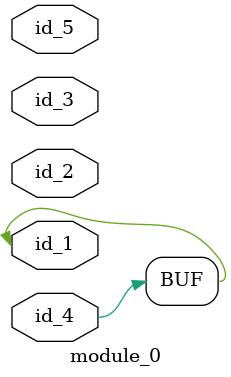
<source format=v>
module module_0 (
    id_1,
    id_2,
    id_3,
    id_4,
    id_5
);
  input wire id_5;
  input wire id_4;
  input wire id_3;
  inout wire id_2;
  inout wire id_1;
  assign id_1 = id_4;
endmodule
module module_1 #(
    parameter id_2 = 32'd43,
    parameter id_3 = 32'd63
) (
    id_1,
    _id_2,
    _id_3
);
  input wire _id_3;
  inout wire _id_2;
  inout wire id_1;
  module_0 modCall_1 (
      id_1,
      id_1,
      id_1,
      id_1,
      id_1
  );
  wire [id_3 : id_2] id_4;
endmodule
module module_2 #(
    parameter id_1 = 32'd73
) (
    _id_1,
    id_2,
    id_3,
    id_4
);
  input wire id_4;
  output wire id_3;
  input wire id_2;
  input wire _id_1;
  wire id_5;
  module_0 modCall_1 (
      id_5,
      id_5,
      id_5,
      id_4,
      id_4
  );
  wire [{  -1  ,  id_1  } : -1] id_6;
endmodule

</source>
